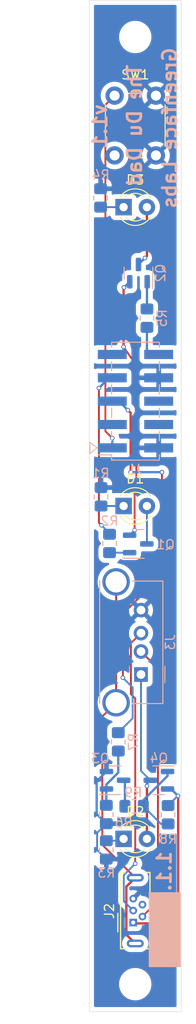
<source format=kicad_pcb>
(kicad_pcb (version 20211014) (generator pcbnew)
  (title_block (title "Du Dad 2HP") (rev "1.1"))
  (layers (0 "F.Cu" signal) (31 "B.Cu" signal) (34 "B.Paste" user) (35 "F.Paste" user) (36 "B.SilkS" user "B.Silkscreen") (37 "F.SilkS" user "F.Silkscreen") (38 "B.Mask" user) (39 "F.Mask" user) (44 "Edge.Cuts" user))
  (net 0 "")
  (net 1 "Net-(D1-Pad1)")
  (net 2 "Net-(D1-Pad2)")
  (net 3 "Net-(D2-Pad1)")
  (net 4 "Net-(D2-Pad2)")
  (net 5 "Net-(D3-Pad1)")
  (net 6 "Net-(D3-Pad2)")
  (net 7 "Net-(J1-Pad1)")
  (net 8 "GND")
  (net 11 "+12V")
  (net 13 "Net-(J1-Pad7)")
  (net 14 "+3V3")
  (net 15 "Net-(J1-Pad10)")
  (net 16 "Net-(J2-Pad1)")
  (net 17 "Net-(J2-Pad2)")
  (net 18 "Net-(J2-Pad3)")
  (net 20 "Net-(J2-Pad6)")
  (net 21 "Net-(Q3-Pad3)")
  (net 22 "Net-(Q4-Pad1)")
  (net 23 "Net-(Q3-Pad1)")
  (net 24 "Net-(Q1-Pad1)")
  (net 25 "Net-(Q2-Pad1)")
  (footprint "MountingHole:MountingHole_2.5mm" (layer "F.Cu") (at 55 157)
    (fp_text reference "H2" hide)
    (fp_text value "MountingHole")
    (pad "" np_thru_hole circle (at 0 0) (size 2.5 2.5) (drill 2.5) (layers *.Cu *.Mask))
  )
  (footprint "LED_THT:LED_D3.0mm" (layer "F.Cu") (at 53.73 141.2)
    (fp_text reference "D2" (at 1.27 -2.96) (layer "F.SilkS"))
    (fp_text value "GREEN LED")
    (fp_line (start -0.29 -1.236) (end -0.29 -1.08) (layer "F.SilkS") (width 0.12))
    (fp_line (start -0.29 1.08) (end -0.29 1.236) (layer "F.SilkS") (width 0.12))
    (fp_arc (start 0.229039 -1.08) (mid 1.270117 -1.5) (end 2.31113 -1.079837) (layer "F.SilkS") (width 0.12))
    (fp_arc (start 2.942335 1.078608) (mid 1.366487 1.987659) (end -0.29 1.235516) (layer "F.SilkS") (width 0.12))
    (fp_arc (start 2.31113 1.079837) (mid 1.270117 1.5) (end 0.229039 1.08) (layer "F.SilkS") (width 0.12))
    (fp_arc (start -0.29 -1.235516) (mid 1.366487 -1.987659) (end 2.942335 -1.078608) (layer "F.SilkS") (width 0.12))
    (pad "1" thru_hole rect (at 0 0) (size 1.8 1.8) (drill 0.9) (layers *.Cu *.Mask) (net 3 "Net-(D2-Pad1)"))
    (pad "2" thru_hole circle (at 2.54 0) (size 1.8 1.8) (drill 0.9) (layers *.Cu *.Mask) (net 4 "Net-(D2-Pad2)"))
  )
  (footprint "Button_Switch_THT:SW_PUSH_6mm" (layer "F.Cu") (at 52.75 66.875 90)
    (fp_text reference "SW1" (at 8.775 2.25 180) (layer "F.SilkS"))
    (fp_text value "Reset")
    (fp_line (start 5.5 -1) (end 1 -1) (layer "F.SilkS") (width 0.12))
    (fp_line (start -0.25 1.5) (end -0.25 3) (layer "F.SilkS") (width 0.12))
    (fp_line (start 1 5.5) (end 5.5 5.5) (layer "F.SilkS") (width 0.12))
    (fp_line (start 6.75 3) (end 6.75 1.5) (layer "F.SilkS") (width 0.12))
    (pad "1" thru_hole circle (at 6.5 0 180) (size 2 2) (drill 1.1) (layers *.Cu *.Mask) (net 7 "Net-(J1-Pad1)"))
    (pad "1" thru_hole circle (at 0 0 180) (size 2 2) (drill 1.1) (layers *.Cu *.Mask) (net 7 "Net-(J1-Pad1)"))
    (pad "2" thru_hole circle (at 0 4.5 180) (size 2 2) (drill 1.1) (layers *.Cu *.Mask) (net 8 "GND"))
    (pad "2" thru_hole circle (at 6.5 4.5 180) (size 2 2) (drill 1.1) (layers *.Cu *.Mask) (net 8 "GND"))
  )
  (footprint "MountingHole:MountingHole_2.5mm" (layer "F.Cu") (at 55 54)
    (fp_text reference "H1" hide)
    (fp_text value "MountingHole")
    (pad "" np_thru_hole circle (at 0 0) (size 2.5 2.5) (drill 2.5) (layers *.Cu *.Mask))
  )
  (footprint "LED_THT:LED_D3.0mm" (layer "F.Cu") (at 53.73 105)
    (fp_text reference "D1" (at 1.27 -2.96) (layer "F.SilkS"))
    (fp_text value "RED LED")
    (fp_line (start -0.29 1.08) (end -0.29 1.236) (layer "F.SilkS") (width 0.12))
    (fp_line (start -0.29 -1.236) (end -0.29 -1.08) (layer "F.SilkS") (width 0.12))
    (fp_arc (start -0.29 -1.235516) (mid 1.366487 -1.987659) (end 2.942335 -1.078608) (layer "F.SilkS") (width 0.12))
    (fp_arc (start 0.229039 -1.08) (mid 1.270117 -1.5) (end 2.31113 -1.079837) (layer "F.SilkS") (width 0.12))
    (fp_arc (start 2.31113 1.079837) (mid 1.270117 1.5) (end 0.229039 1.08) (layer "F.SilkS") (width 0.12))
    (fp_arc (start 2.942335 1.078608) (mid 1.366487 1.987659) (end -0.29 1.235516) (layer "F.SilkS") (width 0.12))
    (pad "1" thru_hole rect (at 0 0) (size 1.8 1.8) (drill 0.9) (layers *.Cu *.Mask) (net 1 "Net-(D1-Pad1)"))
    (pad "2" thru_hole circle (at 2.54 0) (size 1.8 1.8) (drill 0.9) (layers *.Cu *.Mask) (net 2 "Net-(D1-Pad2)"))
  )
  (footprint "LED_THT:LED_D3.0mm" (layer "F.Cu") (at 53.73 72.5)
    (fp_text reference "D3" (at 1.27 -2.96) (layer "F.SilkS"))
    (fp_text value "YELLOW LED")
    (fp_line (start -0.29 -1.236) (end -0.29 -1.08) (layer "F.SilkS") (width 0.12))
    (fp_line (start -0.29 1.08) (end -0.29 1.236) (layer "F.SilkS") (width 0.12))
    (fp_arc (start 2.31113 1.079837) (mid 1.270117 1.5) (end 0.229039 1.08) (layer "F.SilkS") (width 0.12))
    (fp_arc (start 2.942335 1.078608) (mid 1.366487 1.987659) (end -0.29 1.235516) (layer "F.SilkS") (width 0.12))
    (fp_arc (start 0.229039 -1.08) (mid 1.270117 -1.5) (end 2.31113 -1.079837) (layer "F.SilkS") (width 0.12))
    (fp_arc (start -0.29 -1.235516) (mid 1.366487 -1.987659) (end 2.942335 -1.078608) (layer "F.SilkS") (width 0.12))
    (pad "1" thru_hole rect (at 0 0) (size 1.8 1.8) (drill 0.9) (layers *.Cu *.Mask) (net 5 "Net-(D3-Pad1)"))
    (pad "2" thru_hole circle (at 2.54 0) (size 1.8 1.8) (drill 0.9) (layers *.Cu *.Mask) (net 6 "Net-(D3-Pad2)"))
  )
  (footprint "Connector_USB:USB_Micro-B_Wuerth_614105150721_Vertical" (layer "F.Cu") (at 54.78 150.3 90)
    (fp_text reference "J2" (at 1.25 -2.6 90) (layer "F.SilkS"))
    (fp_text value "USB_B_Micro")
    (fp_line (start -2.85 -1.38) (end 5.45 -1.38) (layer "F.SilkS") (width 0.15))
    (fp_line (start -2.85 1.82) (end 5.45 1.82) (layer "F.SilkS") (width 0.15))
    (fp_line (start -2.85 1.345) (end -2.85 1.82) (layer "F.SilkS") (width 0.15))
    (fp_line (start -2.85 -0.905) (end -2.85 -1.38) (layer "F.SilkS") (width 0.15))
    (fp_line (start 5.45 -1.38) (end 5.45 -0.905) (layer "F.SilkS") (width 0.15))
    (fp_line (start 5.45 1.82) (end 5.45 1.345) (layer "F.SilkS") (width 0.15))
    (fp_line (start -1 -1.68) (end 1 -1.68) (layer "F.SilkS") (width 0.15))
    (pad "1" thru_hole rect (at 0 0 90) (size 0.84 0.84) (drill 0.44) (layers *.Cu *.Mask) (net 16 "Net-(J2-Pad1)"))
    (pad "2" thru_hole circle (at 0.65 1 90) (size 0.84 0.84) (drill 0.44) (layers *.Cu *.Mask) (net 17 "Net-(J2-Pad2)"))
    (pad "3" thru_hole circle (at 1.3 0 90) (size 0.84 0.84) (drill 0.44) (layers *.Cu *.Mask) (net 18 "Net-(J2-Pad3)"))
    (pad "4" thru_hole circle (at 1.95 1 90) (size 0.84 0.84) (drill 0.44) (layers *.Cu *.Mask))
    (pad "5" thru_hole circle (at 2.6 0 90) (size 0.84 0.84) (drill 0.44) (layers *.Cu *.Mask) (net 8 "GND"))
    (pad "6" thru_hole oval (at 4.875 0.22 90) (size 0.85 1.85) (drill oval 0.35 1.35) (layers *.Cu *.Mask) (net 20 "Net-(J2-Pad6)"))
    (pad "6" thru_hole oval (at -2.275 0.22 90) (size 0.85 1.85) (drill oval 0.35 1.35) (layers *.Cu *.Mask) (net 20 "Net-(J2-Pad6)"))
  )
  (footprint "Resistor_SMD:R_0805_2012Metric_Pad1.20x1.40mm_HandSolder" (layer "B.Cu") (at 52.2 109.075 -90)
    (fp_text reference "R2" (at -2.45 0 180) (layer "B.SilkS") (effects (justify mirror)))
    (fp_text value "30K")
    (fp_line (start -0.227064 0.735) (end 0.227064 0.735) (layer "B.SilkS") (width 0.12))
    (fp_line (start -0.227064 -0.735) (end 0.227064 -0.735) (layer "B.SilkS") (width 0.12))
    (pad "1" smd roundrect (at -1 0 270) (size 1.2 1.4) (layers "B.Cu" "B.Paste" "B.Mask") (roundrect_rratio 0.2083333333) (net 13 "Net-(J1-Pad7)"))
    (pad "2" smd roundrect (at 1 0 270) (size 1.2 1.4) (layers "B.Cu" "B.Paste" "B.Mask") (roundrect_rratio 0.2083333333) (net 24 "Net-(Q1-Pad1)"))
  )
  (footprint "Resistor_SMD:R_0805_2012Metric_Pad1.20x1.40mm_HandSolder" (layer "B.Cu") (at 58.575 138.575 90)
    (fp_text reference "R8" (at -2.65 0 180) (layer "B.SilkS") (effects (justify mirror)))
    (fp_text value "30K")
    (fp_line (start -0.227064 0.735) (end 0.227064 0.735) (layer "B.SilkS") (width 0.12))
    (fp_line (start -0.227064 -0.735) (end 0.227064 -0.735) (layer "B.SilkS") (width 0.12))
    (pad "1" smd roundrect (at -1 0 90) (size 1.2 1.4) (layers "B.Cu" "B.Paste" "B.Mask") (roundrect_rratio 0.2083333333) (net 22 "Net-(Q4-Pad1)"))
    (pad "2" smd roundrect (at 1 0 90) (size 1.2 1.4) (layers "B.Cu" "B.Paste" "B.Mask") (roundrect_rratio 0.2083333333) (net 16 "Net-(J2-Pad1)"))
  )
  (footprint "Package_TO_SOT_SMD:SOT-23" (layer "B.Cu") (at 52.8 134.825)
    (fp_text reference "Q3" (at -1.6 -2.375 180) (layer "B.SilkS") (effects (justify mirror)))
    (fp_text value "2N7002")
    (fp_line (start 0 -1.56) (end 0.65 -1.56) (layer "B.SilkS") (width 0.12))
    (fp_line (start 0 -1.56) (end -0.65 -1.56) (layer "B.SilkS") (width 0.12))
    (fp_line (start 0 1.56) (end -1.675 1.56) (layer "B.SilkS") (width 0.12))
    (fp_line (start 0 1.56) (end 0.65 1.56) (layer "B.SilkS") (width 0.12))
    (pad "1" smd roundrect (at -0.9375 0.95) (size 1.475 0.6) (layers "B.Cu" "B.Paste" "B.Mask") (net 23 "Net-(Q3-Pad1)"))
    (pad "2" smd roundrect (at -0.9375 -0.95) (size 1.475 0.6) (layers "B.Cu" "B.Paste" "B.Mask") (net 8 "GND"))
    (pad "3" smd roundrect (at 0.9375 0) (size 1.475 0.6) (layers "B.Cu" "B.Paste" "B.Mask") (net 21 "Net-(Q3-Pad3)"))
  )
  (footprint "Package_TO_SOT_SMD:SOT-23" (layer "B.Cu") (at 55.35 79.675 90)
    (fp_text reference "Q2" (at 0 2.4 90) (layer "B.SilkS") (effects (justify mirror)))
    (fp_text value "MMBT3906")
    (fp_line (start 0 -1.56) (end -0.65 -1.56) (layer "B.SilkS") (width 0.12))
    (fp_line (start 0 1.56) (end -1.675 1.56) (layer "B.SilkS") (width 0.12))
    (fp_line (start 0 -1.56) (end 0.65 -1.56) (layer "B.SilkS") (width 0.12))
    (fp_line (start 0 1.56) (end 0.65 1.56) (layer "B.SilkS") (width 0.12))
    (pad "1" smd roundrect (at -0.9375 0.95 90) (size 1.475 0.6) (layers "B.Cu" "B.Paste" "B.Mask") (net 25 "Net-(Q2-Pad1)"))
    (pad "2" smd roundrect (at -0.9375 -0.95 90) (size 1.475 0.6) (layers "B.Cu" "B.Paste" "B.Mask") (net 14 "+3V3"))
    (pad "3" smd roundrect (at 0.9375 0 90) (size 1.475 0.6) (layers "B.Cu" "B.Paste" "B.Mask") (net 6 "Net-(D3-Pad2)"))
  )
  (footprint "Resistor_SMD:R_0805_2012Metric_Pad1.20x1.40mm_HandSolder" (layer "B.Cu") (at 51.225 71.5 -90)
    (fp_text reference "R4" (at -2.5 -0.025 180) (layer "B.SilkS") (effects (justify mirror)))
    (fp_text value "620")
    (fp_line (start -0.227064 -0.735) (end 0.227064 -0.735) (layer "B.SilkS") (width 0.12))
    (fp_line (start -0.227064 0.735) (end 0.227064 0.735) (layer "B.SilkS") (width 0.12))
    (pad "1" smd roundrect (at -1 0 270) (size 1.2 1.4) (layers "B.Cu" "B.Paste" "B.Mask") (roundrect_rratio 0.2083333333) (net 8 "GND"))
    (pad "2" smd roundrect (at 1 0 270) (size 1.2 1.4) (layers "B.Cu" "B.Paste" "B.Mask") (roundrect_rratio 0.2083333333) (net 5 "Net-(D3-Pad1)"))
  )
  (footprint "sputterizer:USB_A_Amphenol_UE27AE54100_Vertical" (layer "B.Cu") (at 55.625 123.325 90)
    (fp_text reference "J3" (at 3.5 3.19 90) (layer "B.SilkS") (effects (justify mirror)))
    (fp_text value "USB_A")
    (fp_line (start -3.16 2.38) (end 10.16 2.38) (layer "B.SilkS") (width 0.12))
    (fp_line (start -0.9 2.6) (end 0.9 2.6) (layer "B.SilkS") (width 0.12))
    (fp_line (start 10.16 2.38) (end 10.16 -0.95) (layer "B.SilkS") (width 0.12))
    (fp_line (start -3.16 2.38) (end -3.16 -0.95) (layer "B.SilkS") (width 0.12))
    (fp_line (start -3.12 -4.5) (end 10.2 -4.5) (layer "B.SilkS") (width 0.12))
    (pad "1" thru_hole rect (at 0 0 90) (size 1.6 1.5) (drill 0.95) (layers *.Cu *.Mask) (net 4 "Net-(D2-Pad2)"))
    (pad "2" thru_hole circle (at 2.5 0 90) (size 1.6 1.6) (drill 0.95) (layers *.Cu *.Mask) (net 17 "Net-(J2-Pad2)"))
    (pad "3" thru_hole circle (at 4.5 0 90) (size 1.6 1.6) (drill 0.95) (layers *.Cu *.Mask) (net 18 "Net-(J2-Pad3)"))
    (pad "4" thru_hole circle (at 7 0 90) (size 1.6 1.6) (drill 0.95) (layers *.Cu *.Mask) (net 8 "GND"))
    (pad "5" thru_hole circle (at -3.07 -2.71 90) (size 3 3) (drill 2.3) (layers *.Cu *.Mask) (net 20 "Net-(J2-Pad6)"))
    (pad "5" thru_hole circle (at 10.07 -2.71 90) (size 3 3) (drill 2.3) (layers *.Cu *.Mask) (net 20 "Net-(J2-Pad6)"))
  )
  (footprint "Resistor_SMD:R_0805_2012Metric_Pad1.20x1.40mm_HandSolder" (layer "B.Cu") (at 51.85 142.4 90)
    (fp_text reference "R3" (at -2.5 0 180) (layer "B.SilkS") (effects (justify mirror)))
    (fp_text value "1K")
    (fp_line (start -0.227064 -0.735) (end 0.227064 -0.735) (layer "B.SilkS") (width 0.12))
    (fp_line (start -0.227064 0.735) (end 0.227064 0.735) (layer "B.SilkS") (width 0.12))
    (pad "1" smd roundrect (at -1 0 90) (size 1.2 1.4) (layers "B.Cu" "B.Paste" "B.Mask") (roundrect_rratio 0.2083333333) (net 8 "GND"))
    (pad "2" smd roundrect (at 1 0 90) (size 1.2 1.4) (layers "B.Cu" "B.Paste" "B.Mask") (roundrect_rratio 0.2083333333) (net 3 "Net-(D2-Pad1)"))
  )
  (footprint "Resistor_SMD:R_0805_2012Metric_Pad1.20x1.40mm_HandSolder" (layer "B.Cu") (at 56.275 84.575 90)
    (fp_text reference "R5" (at 0 1.65 90) (layer "B.SilkS") (effects (justify mirror)))
    (fp_text value "30K")
    (fp_line (start -0.227064 -0.735) (end 0.227064 -0.735) (layer "B.SilkS") (width 0.12))
    (fp_line (start -0.227064 0.735) (end 0.227064 0.735) (layer "B.SilkS") (width 0.12))
    (pad "1" smd roundrect (at -1 0 90) (size 1.2 1.4) (layers "B.Cu" "B.Paste" "B.Mask") (roundrect_rratio 0.2083333333) (net 15 "Net-(J1-Pad10)"))
    (pad "2" smd roundrect (at 1 0 90) (size 1.2 1.4) (layers "B.Cu" "B.Paste" "B.Mask") (roundrect_rratio 0.2083333333) (net 25 "Net-(Q2-Pad1)"))
  )
  (footprint "Package_TO_SOT_SMD:SOT-23" (layer "B.Cu") (at 55.325 109.125)
    (fp_text reference "Q1" (at 2.975 0.075) (layer "B.SilkS") (effects (justify mirror)))
    (fp_text value "MMBT3906")
    (fp_line (start 0 -1.56) (end -0.65 -1.56) (layer "B.SilkS") (width 0.12))
    (fp_line (start 0 1.56) (end 0.65 1.56) (layer "B.SilkS") (width 0.12))
    (fp_line (start 0 1.56) (end -1.675 1.56) (layer "B.SilkS") (width 0.12))
    (fp_line (start 0 -1.56) (end 0.65 -1.56) (layer "B.SilkS") (width 0.12))
    (pad "1" smd roundrect (at -0.9375 0.95) (size 1.475 0.6) (layers "B.Cu" "B.Paste" "B.Mask") (net 24 "Net-(Q1-Pad1)"))
    (pad "2" smd roundrect (at -0.9375 -0.95) (size 1.475 0.6) (layers "B.Cu" "B.Paste" "B.Mask") (net 14 "+3V3"))
    (pad "3" smd roundrect (at 0.9375 0) (size 1.475 0.6) (layers "B.Cu" "B.Paste" "B.Mask") (net 2 "Net-(D1-Pad2)"))
  )
  (footprint "Resistor_SMD:R_0805_2012Metric_Pad1.20x1.40mm_HandSolder" (layer "B.Cu") (at 53.15 130.65 90)
    (fp_text reference "R7" (at 0 1.65 90) (layer "B.SilkS") (effects (justify mirror)))
    (fp_text value "30K")
    (fp_line (start -0.227064 0.735) (end 0.227064 0.735) (layer "B.SilkS") (width 0.12))
    (fp_line (start -0.227064 -0.735) (end 0.227064 -0.735) (layer "B.SilkS") (width 0.12))
    (pad "1" smd roundrect (at -1 0 90) (size 1.2 1.4) (layers "B.Cu" "B.Paste" "B.Mask") (roundrect_rratio 0.2083333333) (net 23 "Net-(Q3-Pad1)"))
    (pad "2" smd roundrect (at 1 0 90) (size 1.2 1.4) (layers "B.Cu" "B.Paste" "B.Mask") (roundrect_rratio 0.2083333333) (net 11 "+12V"))
  )
  (footprint "Package_TO_SOT_SMD:SOT-23" (layer "B.Cu") (at 57.575 134.825 180)
    (fp_text reference "Q4" (at 0 2.4) (layer "B.SilkS") (effects (justify mirror)))
    (fp_text value "MMBT3906")
    (fp_line (start 0 -1.56) (end -0.65 -1.56) (layer "B.SilkS") (width 0.12))
    (fp_line (start 0 1.56) (end -1.675 1.56) (layer "B.SilkS") (width 0.12))
    (fp_line (start 0 -1.56) (end 0.65 -1.56) (layer "B.SilkS") (width 0.12))
    (fp_line (start 0 1.56) (end 0.65 1.56) (layer "B.SilkS") (width 0.12))
    (pad "1" smd roundrect (at -0.9375 0.95 180) (size 1.475 0.6) (layers "B.Cu" "B.Paste" "B.Mask") (net 22 "Net-(Q4-Pad1)"))
    (pad "2" smd roundrect (at -0.9375 -0.95 180) (size 1.475 0.6) (layers "B.Cu" "B.Paste" "B.Mask") (net 16 "Net-(J2-Pad1)"))
    (pad "3" smd roundrect (at 0.9375 0 180) (size 1.475 0.6) (layers "B.Cu" "B.Paste" "B.Mask") (net 4 "Net-(D2-Pad2)"))
  )
  (footprint "Resistor_SMD:R_0805_2012Metric_Pad1.20x1.40mm_HandSolder" (layer "B.Cu") (at 51.275 104 -90)
    (fp_text reference "R1" (at -2.55 0.05 180) (layer "B.SilkS") (effects (justify mirror)))
    (fp_text value "620")
    (fp_line (start -0.227064 -0.735) (end 0.227064 -0.735) (layer "B.SilkS") (width 0.12))
    (fp_line (start -0.227064 0.735) (end 0.227064 0.735) (layer "B.SilkS") (width 0.12))
    (pad "1" smd roundrect (at -1 0 270) (size 1.2 1.4) (layers "B.Cu" "B.Paste" "B.Mask") (roundrect_rratio 0.2083333333) (net 8 "GND"))
    (pad "2" smd roundrect (at 1 0 270) (size 1.2 1.4) (layers "B.Cu" "B.Paste" "B.Mask") (roundrect_rratio 0.2083333333) (net 1 "Net-(D1-Pad1)"))
  )
  (footprint "Resistor_SMD:R_0805_2012Metric_Pad1.20x1.40mm_HandSolder" (layer "B.Cu") (at 51.85 138.55 90)
    (fp_text reference "R6" (at -0.875 1.9 180) (layer "B.SilkS") (effects (justify mirror)))
    (fp_text value "10K")
    (fp_line (start -0.227064 -0.735) (end 0.227064 -0.735) (layer "B.SilkS") (width 0.12))
    (fp_line (start -0.227064 0.735) (end 0.227064 0.735) (layer "B.SilkS") (width 0.12))
    (pad "1" smd roundrect (at -1 0 90) (size 1.2 1.4) (layers "B.Cu" "B.Paste" "B.Mask") (roundrect_rratio 0.2083333333) (net 8 "GND"))
    (pad "2" smd roundrect (at 1 0 90) (size 1.2 1.4) (layers "B.Cu" "B.Paste" "B.Mask") (roundrect_rratio 0.2083333333) (net 23 "Net-(Q3-Pad1)"))
  )
  (footprint "Resistor_SMD:R_0805_2012Metric_Pad1.20x1.40mm_HandSolder" (layer "B.Cu") (at 54.875 137.65)
    (fp_text reference "R9" (at -0.1 -1.5) (layer "B.SilkS") (effects (justify mirror)))
    (fp_text value "10K")
    (fp_line (start -0.227064 0.735) (end 0.227064 0.735) (layer "B.SilkS") (width 0.12))
    (fp_line (start -0.227064 -0.735) (end 0.227064 -0.735) (layer "B.SilkS") (width 0.12))
    (pad "1" smd roundrect (at -1 0) (size 1.2 1.4) (layers "B.Cu" "B.Paste" "B.Mask") (roundrect_rratio 0.2083333333) (net 21 "Net-(Q3-Pad3)"))
    (pad "2" smd roundrect (at 1 0) (size 1.2 1.4) (layers "B.Cu" "B.Paste" "B.Mask") (roundrect_rratio 0.2083333333) (net 22 "Net-(Q4-Pad1)"))
  )
  (footprint "Connector_PinHeader_2.54mm:PinHeader_2x05_P2.54mm_Vertical_SMD" (layer "B.Cu") (at 55.025 93.6)
    (fp_text reference "J1" (at 0 7.41 180) (layer "B.SilkS") (effects (justify mirror)))
    (fp_text value "EXP")
    (fp_line (start 2.6 6.41) (end 2.6 5.84) (layer "B.SilkS") (width 0.12))
    (fp_line (start -2.6 -5.84) (end -2.6 -6.41) (layer "B.SilkS") (width 0.12))
    (fp_line (start -4.04 5.84) (end -2.6 5.84) (layer "B.SilkS") (width 0.12))
    (fp_line (start 2.6 -5.84) (end 2.6 -6.41) (layer "B.SilkS") (width 0.12))
    (fp_line (start -2.6 -6.41) (end 2.6 -6.41) (layer "B.SilkS") (width 0.12))
    (fp_line (start 2.6 -0.76) (end 2.6 -1.78) (layer "B.SilkS") (width 0.12))
    (fp_line (start -2.6 -3.3) (end -2.6 -4.32) (layer "B.SilkS") (width 0.12))
    (fp_line (start -2.6 4.32) (end -2.6 3.3) (layer "B.SilkS") (width 0.12))
    (fp_line (start -2.6 6.41) (end -2.6 5.84) (layer "B.SilkS") (width 0.12))
    (fp_line (start -2.6 1.78) (end -2.6 0.76) (layer "B.SilkS") (width 0.12))
    (fp_line (start 2.6 1.78) (end 2.6 0.76) (layer "B.SilkS") (width 0.12))
    (fp_line (start 2.6 4.32) (end 2.6 3.3) (layer "B.SilkS") (width 0.12))
    (fp_line (start 2.6 -3.3) (end 2.6 -4.32) (layer "B.SilkS") (width 0.12))
    (fp_line (start -2.6 6.41) (end 2.6 6.41) (layer "B.SilkS") (width 0.12))
    (fp_line (start -2.6 -0.76) (end -2.6 -1.78) (layer "B.SilkS") (width 0.12))
    (pad "1" smd rect (at -2.525 5.08) (size 3.15 1) (layers "B.Cu" "B.Paste" "B.Mask") (net 7 "Net-(J1-Pad1)"))
    (pad "2" smd rect (at 2.525 5.08) (size 3.15 1) (layers "B.Cu" "B.Paste" "B.Mask") (net 8 "GND"))
    (pad "3" smd rect (at -2.525 2.54) (size 3.15 1) (layers "B.Cu" "B.Paste" "B.Mask"))
    (pad "4" smd rect (at 2.525 2.54) (size 3.15 1) (layers "B.Cu" "B.Paste" "B.Mask"))
    (pad "5" smd rect (at -2.525 0) (size 3.15 1) (layers "B.Cu" "B.Paste" "B.Mask") (net 11 "+12V"))
    (pad "6" smd rect (at 2.525 0) (size 3.15 1) (layers "B.Cu" "B.Paste" "B.Mask"))
    (pad "7" smd rect (at -2.525 -2.54) (size 3.15 1) (layers "B.Cu" "B.Paste" "B.Mask") (net 13 "Net-(J1-Pad7)"))
    (pad "8" smd rect (at 2.525 -2.54) (size 3.15 1) (layers "B.Cu" "B.Paste" "B.Mask") (net 8 "GND"))
    (pad "9" smd rect (at -2.525 -5.08) (size 3.15 1) (layers "B.Cu" "B.Paste" "B.Mask") (net 14 "+3V3"))
    (pad "10" smd rect (at 2.525 -5.08) (size 3.15 1) (layers "B.Cu" "B.Paste" "B.Mask") (net 15 "Net-(J1-Pad10)"))
  )
  (gr_line (start 50.85 98.675) (end 50.05 99.3) (layer "B.SilkS") (width 0.12))
  (gr_line (start 50.05 98.075) (end 50.05 99.3) (layer "B.SilkS") (width 0.12))
  (gr_rect (start 56.525 155.0875) (end 59.925 147.0625) (layer "B.SilkS") (width 0.12) (fill solid))
  (gr_line (start 50.05 98.075) (end 50.85 98.675) (layer "B.SilkS") (width 0.12))
  (gr_line (start 60 50) (end 60 160) (layer "Edge.Cuts") (width 0.05))
  (gr_line (start 50 50) (end 50 160) (layer "Edge.Cuts") (width 0.05))
  (gr_line (start 50 50) (end 60 50) (layer "Edge.Cuts") (width 0.05))
  (gr_line (start 50 160) (end 60 160) (layer "Edge.Cuts") (width 0.05))
  (gr_text "Greenface Labs" (at 58.75 63.9 90) (layer "B.SilkS") (effects (font (size 1.5 1.5) (thickness 0.3)) (justify mirror)))
  (gr_text "The Du Dad" (at 54.925 63.625 90) (layer "B.SilkS") (effects (font (size 1.5 1.5) (thickness 0.3)) (justify mirror)))
  (gr_text "v1.1" (at 51.15 63.7 90) (layer "B.SilkS") (effects (font (size 1.5 1.5) (thickness 0.3)) (justify mirror)))
  (gr_text "1.1." (at 58.15 144.725 90) (layer "B.SilkS") (effects (font (size 1.5 1.5) (thickness 0.3)) (justify mirror)))
  (segment (start 51.275 105) (end 53.73 105) (width 0.2) (layer "B.Cu") (net 1))
  (segment (start 56.2625 109.125) (end 56.27 109.1175) (width 0.2) (layer "B.Cu") (net 2))
  (segment (start 56.27 109.1175) (end 56.27 105) (width 0.2) (layer "B.Cu") (net 2))
  (segment (start 51.85 141.4) (end 53.53 141.4) (width 0.2) (layer "B.Cu") (net 3))
  (segment (start 53.53 141.4) (end 53.73 141.2) (width 0.2) (layer "B.Cu") (net 3))
  (segment (start 56.27 141.2) (end 56.27 135.455) (width 0.25) (layer "F.Cu") (net 4))
  (via (at 56.27 135.455) (size 0.5) (drill 0.3) (layers "F.Cu" "B.Cu") (net 4))
  (segment (start 56.6375 134.825) (end 55.625 133.8125) (width 0.2) (layer "B.Cu") (net 4))
  (segment (start 56.27 135.1925) (end 56.6375 134.825) (width 0.25) (layer "B.Cu") (net 4))
  (segment (start 56.27 135.455) (end 56.27 135.1925) (width 0.25) (layer "B.Cu") (net 4))
  (segment (start 55.625 133.8125) (end 55.625 123.325) (width 0.2) (layer "B.Cu") (net 4))
  (segment (start 51.225 72.5) (end 53.73 72.5) (width 0.2) (layer "B.Cu") (net 5))
  (segment (start 56.27 72.5) (end 56.27 77.8175) (width 0.25) (layer "F.Cu") (net 6))
  (segment (start 56.27 77.8175) (end 56.05625 78.03125) (width 0.25) (layer "F.Cu") (net 6))
  (via (at 56.05625 78.03125) (size 0.5) (drill 0.3) (layers "F.Cu" "B.Cu") (net 6))
  (segment (start 56.05625 78.03125) (end 55.35 78.7375) (width 0.25) (layer "B.Cu") (net 6))
  (segment (start 51.825 66.875) (end 51.75 66.8) (width 0.2) (layer "F.Cu") (net 7))
  (segment (start 51.75 61.375) (end 51.75 66.8) (width 0.2) (layer "F.Cu") (net 7))
  (segment (start 51.75 66.8) (end 51.75 96.52) (width 0.2) (layer "F.Cu") (net 7))
  (segment (start 52.75 60.375) (end 51.75 61.375) (width 0.2) (layer "F.Cu") (net 7))
  (segment (start 52.75 66.875) (end 51.825 66.875) (width 0.2) (layer "F.Cu") (net 7))
  (segment (start 51.75 96.52) (end 51.75 96.875) (width 0.2) (layer "F.Cu") (net 7))
  (segment (start 51.75 96.875) (end 52.5 97.625) (width 0.2) (layer "F.Cu") (net 7))
  (via (at 52.5 97.625) (size 0.5) (drill 0.3) (layers "F.Cu" "B.Cu") (net 7))
  (segment (start 52.5 98.68) (end 52.5 97.625) (width 0.25) (layer "B.Cu") (net 7))
  (segment (start 50.85048 142.40048) (end 51.85 143.4) (width 0.2) (layer "B.Cu") (net 8))
  (segment (start 51.85 139.55) (end 50.85048 140.54952) (width 0.2) (layer "B.Cu") (net 8))
  (segment (start 50.85048 140.54952) (end 50.85048 142.40048) (width 0.2) (layer "B.Cu") (net 8))
  (segment (start 50.80048 134.93702) (end 51.8625 133.875) (width 0.25) (layer "B.Cu") (net 8))
  (segment (start 50.80048 138.50048) (end 50.80048 134.93702) (width 0.25) (layer "B.Cu") (net 8))
  (segment (start 51.85 139.55) (end 50.80048 138.50048) (width 0.25) (layer "B.Cu") (net 8))
  (segment (start 53.65 116.745056) (end 57.905489 112.489567) (width 0.2) (layer "F.Cu") (net 11))
  (segment (start 54.5 101.325) (end 54.5 94.875) (width 0.25) (layer "F.Cu") (net 11))
  (segment (start 53.65 123.675) (end 53.65 116.745056) (width 0.2) (layer "F.Cu") (net 11))
  (segment (start 57.905489 112.489567) (end 57.905489 101.325) (width 0.2) (layer "F.Cu") (net 11))
  (segment (start 54.5 94.875) (end 54.2 94.575) (width 0.25) (layer "F.Cu") (net 11))
  (via (at 54.2 94.575) (size 0.5) (drill 0.3) (layers "F.Cu" "B.Cu") (net 11))
  (via (at 53.65 123.675) (size 0.5) (drill 0.3) (layers "F.Cu" "B.Cu") (net 11))
  (via (at 54.5 101.325) (size 0.5) (drill 0.3) (layers "F.Cu" "B.Cu") (net 11))
  (via (at 57.905489 101.325) (size 0.5) (drill 0.3) (layers "F.Cu" "B.Cu") (net 11))
  (segment (start 54.714511 124.739511) (end 53.65 123.675) (width 0.2) (layer "B.Cu") (net 11))
  (segment (start 57.905489 101.325) (end 54.5 101.325) (width 0.25) (layer "B.Cu") (net 11))
  (segment (start 53.15 129.65) (end 54.714511 128.085489) (width 0.2) (layer "B.Cu") (net 11))
  (segment (start 54.714511 128.085489) (end 54.714511 124.739511) (width 0.2) (layer "B.Cu") (net 11))
  (segment (start 53.225 93.6) (end 54.2 94.575) (width 0.25) (layer "B.Cu") (net 11))
  (segment (start 52.5 93.6) (end 53.225 93.6) (width 0.25) (layer "B.Cu") (net 11))
  (segment (start 51.045 106.82) (end 51.325 107.1) (width 0.2) (layer "F.Cu") (net 13))
  (segment (start 51.045 92.175) (end 51.045 106.82) (width 0.2) (layer "F.Cu") (net 13))
  (via (at 51.045 92.175) (size 0.5) (drill 0.3) (layers "F.Cu" "B.Cu") (net 13))
  (via (at 51.325 107.1) (size 0.5) (drill 0.3) (layers "F.Cu" "B.Cu") (net 13))
  (segment (start 52.5 91.06) (end 52.16 91.06) (width 0.25) (layer "B.Cu") (net 13))
  (segment (start 52.2 107.975) (end 51.325 107.1) (width 0.2) (layer "B.Cu") (net 13))
  (segment (start 52.2 108.075) (end 52.2 107.975) (width 0.2) (layer "B.Cu") (net 13))
  (segment (start 52.16 91.06) (end 51.045 92.175) (width 0.25) (layer "B.Cu") (net 13))
  (segment (start 53.73 87.695) (end 55.120489 89.730489) (width 0.2) (layer "F.Cu") (net 14))
  (segment (start 53.73 87.695) (end 53.73 81.2825) (width 0.25) (layer "F.Cu") (net 14))
  (segment (start 55.120489 103.404511) (end 54.929511 103.595489) (width 0.2) (layer "F.Cu") (net 14))
  (segment (start 55.120489 89.730489) (end 55.120489 103.404511) (width 0.2) (layer "F.Cu") (net 14))
  (segment (start 54.929511 103.595489) (end 54.929511 107.632989) (width 0.2) (layer "F.Cu") (net 14))
  (via (at 54.925 107.625) (size 0.5) (drill 0.3) (layers "F.Cu" "B.Cu") (net 14))
  (via (at 53.76875 81.24375) (size 0.5) (drill 0.3) (layers "F.Cu" "B.Cu") (net 14))
  (via (at 53.73 87.695) (size 0.5) (drill 0.3) (layers "F.Cu" "B.Cu") (net 14))
  (segment (start 54.929511 107.632989) (end 54.3875 108.175) (width 0.2) (layer "B.Cu") (net 14))
  (segment (start 53.76875 81.24375) (end 54.4 80.6125) (width 0.25) (layer "B.Cu") (net 14))
  (segment (start 53.73 88.34) (end 53.73 87.695) (width 0.25) (layer "B.Cu") (net 14))
  (segment (start 56.27 88.34) (end 56.27 85.58) (width 0.25) (layer "B.Cu") (net 15))
  (segment (start 56.27 85.58) (end 56.275 85.575) (width 0.25) (layer "B.Cu") (net 15))
  (segment (start 54.775 150.3) (end 54.869511 150.394511) (width 0.25) (layer "F.Cu") (net 16))
  (segment (start 58.830489 150.394511) (end 59.675 149.55) (width 0.25) (layer "F.Cu") (net 16))
  (segment (start 59.675 149.55) (end 59.675 136.525) (width 0.25) (layer "F.Cu") (net 16))
  (segment (start 54.869511 150.394511) (end 58.830489 150.394511) (width 0.25) (layer "F.Cu") (net 16))
  (via (at 59.65 136.525) (size 0.5) (drill 0.3) (layers "F.Cu" "B.Cu") (net 16))
  (segment (start 58.9 135.775) (end 59.65 136.525) (width 0.25) (layer "B.Cu") (net 16))
  (segment (start 59.675 136.475) (end 58.575 137.575) (width 0.2) (layer "B.Cu") (net 16))
  (segment (start 58.5125 135.775) (end 58.9 135.775) (width 0.25) (layer "B.Cu") (net 16))
  (segment (start 55.625 120.825) (end 57.469511 122.669511) (width 0.2) (layer "F.Cu") (net 17))
  (segment (start 57.469511 147.955489) (end 55.775 149.65) (width 0.2) (layer "F.Cu") (net 17))
  (segment (start 57.469511 122.669511) (end 57.469511 147.955489) (width 0.2) (layer "F.Cu") (net 17))
  (segment (start 55 125.935106) (end 55 143.9) (width 0.2) (layer "F.Cu") (net 18))
  (segment (start 54.525489 119.924511) (end 54.525489 125.460595) (width 0.2) (layer "F.Cu") (net 18))
  (segment (start 55.625 118.825) (end 54.525489 119.924511) (width 0.2) (layer "F.Cu") (net 18))
  (segment (start 54.525489 125.460595) (end 55 125.935106) (width 0.2) (layer "F.Cu") (net 18))
  (via (at 55 143.9) (size 0.5) (drill 0.3) (layers "F.Cu" "B.Cu") (net 18))
  (segment (start 54.995374 143.9) (end 53.75 145.145374) (width 0.2) (layer "B.Cu") (net 18))
  (segment (start 53.75 147.975) (end 54.775 149) (width 0.2) (layer "B.Cu") (net 18))
  (segment (start 55 143.9) (end 54.995374 143.9) (width 0.2) (layer "B.Cu") (net 18))
  (segment (start 53.75 145.145374) (end 53.75 147.975) (width 0.2) (layer "B.Cu") (net 18))
  (segment (start 52.915 126.395) (end 51.415 127.895) (width 0.2) (layer "F.Cu") (net 20))
  (segment (start 54.030489 151.610489) (end 54.030489 146.389511) (width 0.25) (layer "F.Cu") (net 20))
  (segment (start 51.415 127.895) (end 51.415 141.845) (width 0.2) (layer "F.Cu") (net 20))
  (segment (start 54.030489 146.389511) (end 54.995 145.425) (width 0.25) (layer "F.Cu") (net 20))
  (segment (start 52.915 126.395) (end 52.915 113.255) (width 0.2) (layer "F.Cu") (net 20))
  (segment (start 54.995 152.575) (end 54.030489 151.610489) (width 0.25) (layer "F.Cu") (net 20))
  (segment (start 51.415 141.845) (end 54.995 145.425) (width 0.2) (layer "F.Cu") (net 20))
  (segment (start 53.875 137.65) (end 53.875 134.9625) (width 0.25) (layer "B.Cu") (net 21))
  (segment (start 53.875 134.9625) (end 53.7375 134.825) (width 0.25) (layer "B.Cu") (net 21))
  (segment (start 55.875 136.996072) (end 58.5125 134.358572) (width 0.25) (layer "B.Cu") (net 22))
  (segment (start 55.875 137.65) (end 57.8 139.575) (width 0.2) (layer "B.Cu") (net 22))
  (segment (start 55.875 137.65) (end 55.875 136.996072) (width 0.25) (layer "B.Cu") (net 22))
  (segment (start 58.5125 134.358572) (end 58.5125 133.875) (width 0.25) (layer "B.Cu") (net 22))
  (segment (start 57.8 139.575) (end 58.575 139.575) (width 0.2) (layer "B.Cu") (net 22))
  (segment (start 51.8625 135.775) (end 51.8625 135.283572) (width 0.25) (layer "B.Cu") (net 23))
  (segment (start 51.85 137.55) (end 51.85 135.7875) (width 0.25) (layer "B.Cu") (net 23))
  (segment (start 53.15 133.996072) (end 53.15 131.65) (width 0.25) (layer "B.Cu") (net 23))
  (segment (start 51.8625 135.283572) (end 53.15 133.996072) (width 0.25) (layer "B.Cu") (net 23))
  (segment (start 51.85 135.7875) (end 51.8625 135.775) (width 0.25) (layer "B.Cu") (net 23))
  (segment (start 52.2 110.075) (end 54.3875 110.075) (width 0.2) (layer "B.Cu") (net 24))
  (segment (start 56.275 80.6375) (end 56.3 80.6125) (width 0.25) (layer "B.Cu") (net 25))
  (segment (start 56.275 83.575) (end 56.275 80.6375) (width 0.25) (layer "B.Cu") (net 25))
  (zone (net 8) (net_name "GND") (layer "B.Cu") (connect_pads (clearance 0.508)) (min_thickness 0.254) (fill yes (thermal_gap 0.508) (thermal_bridge_width 0.508))
    (polygon (pts (xy 59.95 159.95) (xy 50.05 159.95) (xy 50.05 50.075) (xy 59.95 50.075)))
  )
)
</source>
